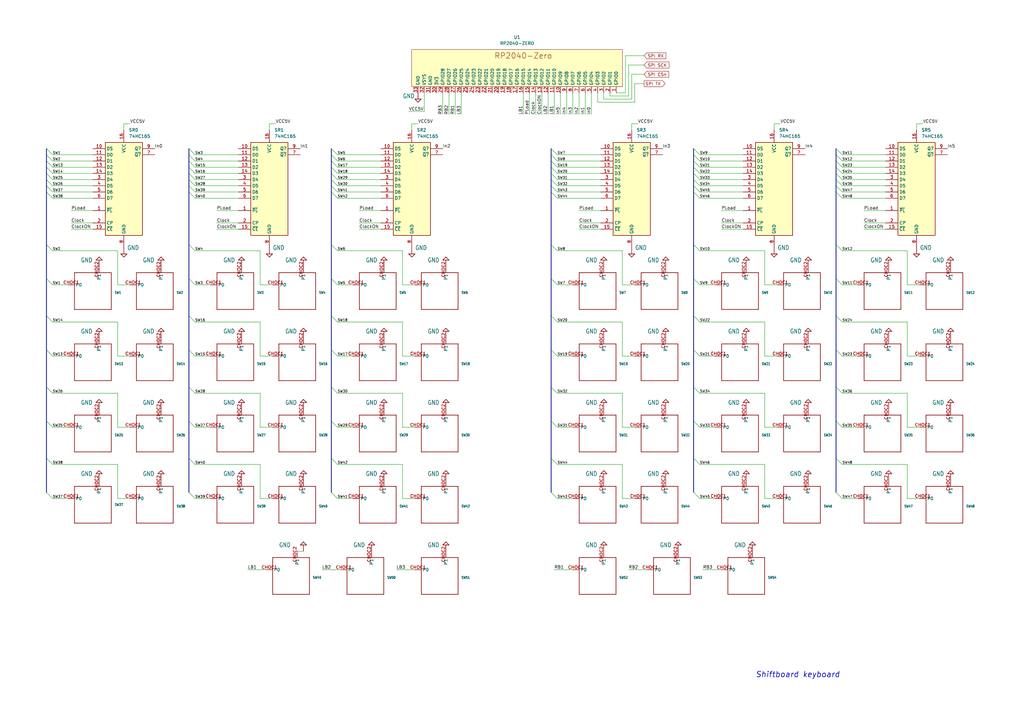
<source format=kicad_sch>
(kicad_sch (version 20211123) (generator eeschema)
  (paper "A3")
  (bus_entry (at 284.48 187.96) (size 2.54 2.54))
  (bus_entry (at 342.9 172.72) (size 2.54 2.54))
  (bus_entry (at 284.48 71.12) (size 2.54 2.54))
  (bus_entry (at 342.9 76.2) (size 2.54 2.54))
  (bus_entry (at 19.05 129.54) (size 2.54 2.54))
  (bus_entry (at 77.47 66.04) (size 2.54 2.54))
  (bus_entry (at 77.47 143.51) (size 2.54 2.54))
  (bus_entry (at 135.89 78.74) (size 2.54 2.54))
  (bus_entry (at 284.48 73.66) (size 2.54 2.54))
  (bus_entry (at 77.47 172.72) (size 2.54 2.54))
  (bus_entry (at 77.47 78.74) (size 2.54 2.54))
  (bus_entry (at 284.48 114.3) (size 2.54 2.54))
  (bus_entry (at 77.47 114.3) (size 2.54 2.54))
  (bus_entry (at 226.06 100.33) (size 2.54 2.54))
  (bus_entry (at 226.06 73.66) (size 2.54 2.54))
  (bus_entry (at 342.9 63.5) (size 2.54 2.54))
  (bus_entry (at 284.48 143.51) (size 2.54 2.54))
  (bus_entry (at 284.48 158.75) (size 2.54 2.54))
  (bus_entry (at 77.47 100.33) (size 2.54 2.54))
  (bus_entry (at 135.89 73.66) (size 2.54 2.54))
  (bus_entry (at 284.48 78.74) (size 2.54 2.54))
  (bus_entry (at 19.05 187.96) (size 2.54 2.54))
  (bus_entry (at 19.05 158.75) (size 2.54 2.54))
  (bus_entry (at 19.05 100.33) (size 2.54 2.54))
  (bus_entry (at 77.47 187.96) (size 2.54 2.54))
  (bus_entry (at 135.89 158.75) (size 2.54 2.54))
  (bus_entry (at 77.47 201.93) (size 2.54 2.54))
  (bus_entry (at 135.89 143.51) (size 2.54 2.54))
  (bus_entry (at 135.89 172.72) (size 2.54 2.54))
  (bus_entry (at 135.89 114.3) (size 2.54 2.54))
  (bus_entry (at 77.47 158.75) (size 2.54 2.54))
  (bus_entry (at 135.89 71.12) (size 2.54 2.54))
  (bus_entry (at 284.48 172.72) (size 2.54 2.54))
  (bus_entry (at 135.89 76.2) (size 2.54 2.54))
  (bus_entry (at 284.48 201.93) (size 2.54 2.54))
  (bus_entry (at 342.9 68.58) (size 2.54 2.54))
  (bus_entry (at 135.89 66.04) (size 2.54 2.54))
  (bus_entry (at 226.06 129.54) (size 2.54 2.54))
  (bus_entry (at 226.06 66.04) (size 2.54 2.54))
  (bus_entry (at 226.06 78.74) (size 2.54 2.54))
  (bus_entry (at 342.9 143.51) (size 2.54 2.54))
  (bus_entry (at 226.06 172.72) (size 2.54 2.54))
  (bus_entry (at 284.48 60.96) (size 2.54 2.54))
  (bus_entry (at 226.06 60.96) (size 2.54 2.54))
  (bus_entry (at 135.89 60.96) (size 2.54 2.54))
  (bus_entry (at 135.89 187.96) (size 2.54 2.54))
  (bus_entry (at 284.48 66.04) (size 2.54 2.54))
  (bus_entry (at 226.06 143.51) (size 2.54 2.54))
  (bus_entry (at 342.9 73.66) (size 2.54 2.54))
  (bus_entry (at 77.47 68.58) (size 2.54 2.54))
  (bus_entry (at 135.89 201.93) (size 2.54 2.54))
  (bus_entry (at 77.47 71.12) (size 2.54 2.54))
  (bus_entry (at 226.06 114.3) (size 2.54 2.54))
  (bus_entry (at 342.9 114.3) (size 2.54 2.54))
  (bus_entry (at 342.9 71.12) (size 2.54 2.54))
  (bus_entry (at 342.9 66.04) (size 2.54 2.54))
  (bus_entry (at 19.05 172.72) (size 2.54 2.54))
  (bus_entry (at 19.05 143.51) (size 2.54 2.54))
  (bus_entry (at 19.05 114.3) (size 2.54 2.54))
  (bus_entry (at 284.48 76.2) (size 2.54 2.54))
  (bus_entry (at 226.06 187.96) (size 2.54 2.54))
  (bus_entry (at 19.05 201.93) (size 2.54 2.54))
  (bus_entry (at 19.05 71.12) (size 2.54 2.54))
  (bus_entry (at 19.05 76.2) (size 2.54 2.54))
  (bus_entry (at 19.05 73.66) (size 2.54 2.54))
  (bus_entry (at 19.05 68.58) (size 2.54 2.54))
  (bus_entry (at 19.05 63.5) (size 2.54 2.54))
  (bus_entry (at 19.05 60.96) (size 2.54 2.54))
  (bus_entry (at 19.05 66.04) (size 2.54 2.54))
  (bus_entry (at 19.05 78.74) (size 2.54 2.54))
  (bus_entry (at 77.47 73.66) (size 2.54 2.54))
  (bus_entry (at 226.06 68.58) (size 2.54 2.54))
  (bus_entry (at 135.89 100.33) (size 2.54 2.54))
  (bus_entry (at 226.06 76.2) (size 2.54 2.54))
  (bus_entry (at 342.9 201.93) (size 2.54 2.54))
  (bus_entry (at 77.47 63.5) (size 2.54 2.54))
  (bus_entry (at 226.06 201.93) (size 2.54 2.54))
  (bus_entry (at 284.48 68.58) (size 2.54 2.54))
  (bus_entry (at 342.9 129.54) (size 2.54 2.54))
  (bus_entry (at 284.48 129.54) (size 2.54 2.54))
  (bus_entry (at 226.06 158.75) (size 2.54 2.54))
  (bus_entry (at 226.06 71.12) (size 2.54 2.54))
  (bus_entry (at 77.47 60.96) (size 2.54 2.54))
  (bus_entry (at 135.89 129.54) (size 2.54 2.54))
  (bus_entry (at 135.89 68.58) (size 2.54 2.54))
  (bus_entry (at 342.9 100.33) (size 2.54 2.54))
  (bus_entry (at 77.47 76.2) (size 2.54 2.54))
  (bus_entry (at 342.9 78.74) (size 2.54 2.54))
  (bus_entry (at 342.9 158.75) (size 2.54 2.54))
  (bus_entry (at 342.9 60.96) (size 2.54 2.54))
  (bus_entry (at 284.48 63.5) (size 2.54 2.54))
  (bus_entry (at 77.47 129.54) (size 2.54 2.54))
  (bus_entry (at 226.06 63.5) (size 2.54 2.54))
  (bus_entry (at 284.48 100.33) (size 2.54 2.54))
  (bus_entry (at 135.89 63.5) (size 2.54 2.54))
  (bus_entry (at 342.9 187.96) (size 2.54 2.54))
  (bus (pts (xy 342.9 187.96) (xy 342.9 201.93)))
  (wire (pts (xy 138.43 71.12) (xy 156.21 71.12)))
  (bus (pts (xy 77.47 129.54) (xy 77.47 143.51)))
  (wire (pts (xy 138.43 146.05) (xy 144.78 146.05)))
  (wire (pts (xy 313.69 204.47) (xy 313.69 190.5)))
  (wire (pts (xy 21.59 81.28) (xy 38.1 81.28)))
  (wire (pts (xy 80.01 71.12) (xy 97.79 71.12)))
  (wire (pts (xy 168.91 53.34) (xy 168.91 50.8)))
  (wire (pts (xy 345.44 190.5) (xy 372.11 190.5)))
  (bus (pts (xy 342.9 63.5) (xy 342.9 66.04)))
  (wire (pts (xy 29.21 91.44) (xy 38.1 91.44)))
  (wire (pts (xy 189.23 38.1) (xy 189.23 46.99)))
  (wire (pts (xy 53.34 204.47) (xy 48.26 204.47)))
  (wire (pts (xy 250.19 38.1) (xy 250.19 39.37)))
  (wire (pts (xy 237.49 93.98) (xy 246.38 93.98)))
  (wire (pts (xy 287.02 204.47) (xy 293.37 204.47)))
  (bus (pts (xy 77.47 66.04) (xy 77.47 68.58)))
  (wire (pts (xy 232.41 38.1) (xy 232.41 46.99)))
  (wire (pts (xy 21.59 63.5) (xy 38.1 63.5)))
  (wire (pts (xy 229.87 38.1) (xy 229.87 46.99)))
  (wire (pts (xy 372.11 204.47) (xy 372.11 190.5)))
  (wire (pts (xy 237.49 91.44) (xy 246.38 91.44)))
  (wire (pts (xy 287.02 73.66) (xy 304.8 73.66)))
  (bus (pts (xy 284.48 100.33) (xy 284.48 114.3)))
  (bus (pts (xy 284.48 78.74) (xy 284.48 100.33)))
  (bus (pts (xy 226.06 66.04) (xy 226.06 68.58)))
  (wire (pts (xy 345.44 68.58) (xy 363.22 68.58)))
  (wire (pts (xy 345.44 116.84) (xy 351.79 116.84)))
  (wire (pts (xy 121.92 226.06) (xy 124.46 226.06)))
  (wire (pts (xy 165.1 116.84) (xy 165.1 102.87)))
  (wire (pts (xy 257.81 26.67) (xy 264.16 26.67)))
  (bus (pts (xy 342.9 76.2) (xy 342.9 78.74)))
  (wire (pts (xy 170.18 204.47) (xy 165.1 204.47)))
  (wire (pts (xy 256.54 38.1) (xy 256.54 22.86)))
  (wire (pts (xy 313.69 146.05) (xy 313.69 132.08)))
  (wire (pts (xy 138.43 63.5) (xy 156.21 63.5)))
  (bus (pts (xy 77.47 78.74) (xy 77.47 100.33)))
  (wire (pts (xy 228.6 175.26) (xy 234.95 175.26)))
  (bus (pts (xy 77.47 76.2) (xy 77.47 78.74)))
  (bus (pts (xy 284.48 66.04) (xy 284.48 68.58)))
  (bus (pts (xy 19.05 63.5) (xy 19.05 66.04)))
  (bus (pts (xy 284.48 172.72) (xy 284.48 187.96)))
  (bus (pts (xy 19.05 172.72) (xy 19.05 187.96)))
  (wire (pts (xy 245.11 38.1) (xy 245.11 41.91)))
  (wire (pts (xy 147.32 91.44) (xy 156.21 91.44)))
  (bus (pts (xy 135.89 76.2) (xy 135.89 78.74)))
  (wire (pts (xy 228.6 68.58) (xy 246.38 68.58)))
  (wire (pts (xy 372.11 146.05) (xy 372.11 132.08)))
  (bus (pts (xy 19.05 71.12) (xy 19.05 73.66)))
  (wire (pts (xy 21.59 116.84) (xy 27.94 116.84)))
  (wire (pts (xy 345.44 81.28) (xy 363.22 81.28)))
  (bus (pts (xy 77.47 172.72) (xy 77.47 187.96)))
  (wire (pts (xy 345.44 71.12) (xy 363.22 71.12)))
  (wire (pts (xy 287.02 66.04) (xy 304.8 66.04)))
  (bus (pts (xy 77.47 158.75) (xy 77.47 172.72)))
  (wire (pts (xy 184.15 38.1) (xy 184.15 46.99)))
  (wire (pts (xy 219.71 46.99) (xy 219.71 38.1)))
  (wire (pts (xy 186.69 38.1) (xy 186.69 46.99)))
  (wire (pts (xy 168.91 50.8) (xy 171.45 50.8)))
  (wire (pts (xy 80.01 102.87) (xy 106.68 102.87)))
  (wire (pts (xy 147.32 86.36) (xy 156.21 86.36)))
  (wire (pts (xy 48.26 116.84) (xy 48.26 102.87)))
  (wire (pts (xy 260.35 146.05) (xy 255.27 146.05)))
  (wire (pts (xy 377.19 204.47) (xy 372.11 204.47)))
  (wire (pts (xy 138.43 204.47) (xy 144.78 204.47)))
  (wire (pts (xy 377.19 175.26) (xy 372.11 175.26)))
  (wire (pts (xy 228.6 71.12) (xy 246.38 71.12)))
  (wire (pts (xy 228.6 66.04) (xy 246.38 66.04)))
  (wire (pts (xy 106.68 116.84) (xy 106.68 102.87)))
  (wire (pts (xy 138.43 76.2) (xy 156.21 76.2)))
  (wire (pts (xy 259.08 50.8) (xy 261.62 50.8)))
  (wire (pts (xy 228.6 102.87) (xy 255.27 102.87)))
  (bus (pts (xy 226.06 143.51) (xy 226.06 158.75)))
  (bus (pts (xy 19.05 158.75) (xy 19.05 172.72)))
  (bus (pts (xy 342.9 68.58) (xy 342.9 71.12)))
  (wire (pts (xy 228.6 146.05) (xy 234.95 146.05)))
  (wire (pts (xy 138.43 81.28) (xy 156.21 81.28)))
  (wire (pts (xy 80.01 175.26) (xy 86.36 175.26)))
  (wire (pts (xy 345.44 66.04) (xy 363.22 66.04)))
  (wire (pts (xy 88.9 93.98) (xy 97.79 93.98)))
  (bus (pts (xy 19.05 66.04) (xy 19.05 68.58)))
  (wire (pts (xy 138.43 175.26) (xy 144.78 175.26)))
  (wire (pts (xy 228.6 132.08) (xy 255.27 132.08)))
  (wire (pts (xy 80.01 76.2) (xy 97.79 76.2)))
  (wire (pts (xy 48.26 204.47) (xy 48.26 190.5)))
  (wire (pts (xy 257.81 233.68) (xy 265.43 233.68)))
  (wire (pts (xy 80.01 78.74) (xy 97.79 78.74)))
  (wire (pts (xy 80.01 63.5) (xy 97.79 63.5)))
  (wire (pts (xy 111.76 116.84) (xy 106.68 116.84)))
  (wire (pts (xy 287.02 63.5) (xy 304.8 63.5)))
  (wire (pts (xy 80.01 190.5) (xy 106.68 190.5)))
  (bus (pts (xy 284.48 68.58) (xy 284.48 71.12)))
  (bus (pts (xy 226.06 76.2) (xy 226.06 78.74)))
  (wire (pts (xy 21.59 78.74) (xy 38.1 78.74)))
  (bus (pts (xy 77.47 71.12) (xy 77.47 73.66)))
  (wire (pts (xy 318.77 204.47) (xy 313.69 204.47)))
  (bus (pts (xy 342.9 158.75) (xy 342.9 172.72)))
  (wire (pts (xy 138.43 73.66) (xy 156.21 73.66)))
  (bus (pts (xy 342.9 143.51) (xy 342.9 158.75)))
  (wire (pts (xy 80.01 68.58) (xy 97.79 68.58)))
  (wire (pts (xy 237.49 86.36) (xy 246.38 86.36)))
  (wire (pts (xy 317.5 53.34) (xy 317.5 50.8)))
  (bus (pts (xy 342.9 78.74) (xy 342.9 100.33)))
  (wire (pts (xy 21.59 71.12) (xy 38.1 71.12)))
  (wire (pts (xy 48.26 146.05) (xy 48.26 132.08)))
  (bus (pts (xy 284.48 158.75) (xy 284.48 172.72)))
  (bus (pts (xy 226.06 71.12) (xy 226.06 73.66)))
  (bus (pts (xy 77.47 68.58) (xy 77.47 71.12)))
  (wire (pts (xy 106.68 146.05) (xy 106.68 132.08)))
  (bus (pts (xy 284.48 76.2) (xy 284.48 78.74)))
  (wire (pts (xy 287.02 71.12) (xy 304.8 71.12)))
  (wire (pts (xy 132.08 233.68) (xy 139.7 233.68)))
  (bus (pts (xy 19.05 60.96) (xy 19.05 63.5)))
  (wire (pts (xy 80.01 66.04) (xy 97.79 66.04)))
  (bus (pts (xy 135.89 100.33) (xy 135.89 114.3)))
  (wire (pts (xy 377.19 116.84) (xy 372.11 116.84)))
  (wire (pts (xy 80.01 204.47) (xy 86.36 204.47)))
  (wire (pts (xy 80.01 81.28) (xy 97.79 81.28)))
  (wire (pts (xy 138.43 190.5) (xy 165.1 190.5)))
  (wire (pts (xy 170.18 175.26) (xy 165.1 175.26)))
  (bus (pts (xy 77.47 143.51) (xy 77.47 158.75)))
  (bus (pts (xy 135.89 78.74) (xy 135.89 100.33)))
  (bus (pts (xy 284.48 71.12) (xy 284.48 73.66)))
  (bus (pts (xy 284.48 143.51) (xy 284.48 158.75)))
  (wire (pts (xy 345.44 63.5) (xy 363.22 63.5)))
  (wire (pts (xy 288.29 233.68) (xy 295.91 233.68)))
  (bus (pts (xy 135.89 68.58) (xy 135.89 71.12)))
  (wire (pts (xy 234.95 38.1) (xy 234.95 46.99)))
  (bus (pts (xy 226.06 68.58) (xy 226.06 71.12)))
  (wire (pts (xy 228.6 81.28) (xy 246.38 81.28)))
  (bus (pts (xy 226.06 158.75) (xy 226.06 172.72)))
  (wire (pts (xy 29.21 86.36) (xy 38.1 86.36)))
  (wire (pts (xy 345.44 78.74) (xy 363.22 78.74)))
  (wire (pts (xy 287.02 175.26) (xy 293.37 175.26)))
  (wire (pts (xy 21.59 132.08) (xy 48.26 132.08)))
  (wire (pts (xy 345.44 146.05) (xy 351.79 146.05)))
  (wire (pts (xy 345.44 161.29) (xy 372.11 161.29)))
  (wire (pts (xy 101.6 233.68) (xy 109.22 233.68)))
  (wire (pts (xy 227.33 38.1) (xy 227.33 46.99)))
  (bus (pts (xy 226.06 187.96) (xy 226.06 201.93)))
  (wire (pts (xy 217.17 46.99) (xy 217.17 38.1)))
  (wire (pts (xy 354.33 93.98) (xy 363.22 93.98)))
  (wire (pts (xy 287.02 68.58) (xy 304.8 68.58)))
  (wire (pts (xy 252.73 38.1) (xy 256.54 38.1)))
  (bus (pts (xy 135.89 172.72) (xy 135.89 187.96)))
  (wire (pts (xy 138.43 102.87) (xy 165.1 102.87)))
  (bus (pts (xy 284.48 187.96) (xy 284.48 201.93)))
  (wire (pts (xy 287.02 161.29) (xy 313.69 161.29)))
  (wire (pts (xy 260.35 41.91) (xy 260.35 34.29)))
  (wire (pts (xy 228.6 204.47) (xy 234.95 204.47)))
  (wire (pts (xy 345.44 76.2) (xy 363.22 76.2)))
  (wire (pts (xy 372.11 175.26) (xy 372.11 161.29)))
  (wire (pts (xy 106.68 204.47) (xy 106.68 190.5)))
  (wire (pts (xy 247.65 38.1) (xy 247.65 40.64)))
  (wire (pts (xy 287.02 81.28) (xy 304.8 81.28)))
  (wire (pts (xy 259.08 40.64) (xy 259.08 30.48)))
  (wire (pts (xy 21.59 204.47) (xy 27.94 204.47)))
  (wire (pts (xy 237.49 38.1) (xy 237.49 46.99)))
  (wire (pts (xy 138.43 68.58) (xy 156.21 68.58)))
  (bus (pts (xy 77.47 100.33) (xy 77.47 114.3)))
  (wire (pts (xy 250.19 39.37) (xy 257.81 39.37)))
  (wire (pts (xy 21.59 146.05) (xy 27.94 146.05)))
  (wire (pts (xy 245.11 41.91) (xy 260.35 41.91)))
  (wire (pts (xy 260.35 175.26) (xy 255.27 175.26)))
  (wire (pts (xy 170.18 116.84) (xy 165.1 116.84)))
  (wire (pts (xy 240.03 38.1) (xy 240.03 46.99)))
  (bus (pts (xy 342.9 73.66) (xy 342.9 76.2)))
  (wire (pts (xy 111.76 146.05) (xy 106.68 146.05)))
  (wire (pts (xy 228.6 73.66) (xy 246.38 73.66)))
  (wire (pts (xy 345.44 204.47) (xy 351.79 204.47)))
  (bus (pts (xy 135.89 63.5) (xy 135.89 66.04)))
  (bus (pts (xy 226.06 73.66) (xy 226.06 76.2)))
  (wire (pts (xy 106.68 175.26) (xy 106.68 161.29)))
  (wire (pts (xy 138.43 161.29) (xy 165.1 161.29)))
  (wire (pts (xy 147.32 93.98) (xy 156.21 93.98)))
  (wire (pts (xy 287.02 102.87) (xy 313.69 102.87)))
  (wire (pts (xy 354.33 86.36) (xy 363.22 86.36)))
  (bus (pts (xy 284.48 60.96) (xy 284.48 63.5)))
  (bus (pts (xy 284.48 129.54) (xy 284.48 143.51)))
  (wire (pts (xy 377.19 146.05) (xy 372.11 146.05)))
  (wire (pts (xy 110.49 53.34) (xy 110.49 50.8)))
  (bus (pts (xy 77.47 114.3) (xy 77.47 129.54)))
  (wire (pts (xy 21.59 190.5) (xy 48.26 190.5)))
  (wire (pts (xy 228.6 190.5) (xy 255.27 190.5)))
  (wire (pts (xy 162.56 233.68) (xy 170.18 233.68)))
  (wire (pts (xy 313.69 116.84) (xy 313.69 102.87)))
  (wire (pts (xy 167.64 45.72) (xy 173.99 45.72)))
  (bus (pts (xy 284.48 63.5) (xy 284.48 66.04)))
  (bus (pts (xy 226.06 172.72) (xy 226.06 187.96)))
  (wire (pts (xy 228.6 161.29) (xy 255.27 161.29)))
  (bus (pts (xy 135.89 129.54) (xy 135.89 143.51)))
  (wire (pts (xy 313.69 175.26) (xy 313.69 161.29)))
  (bus (pts (xy 226.06 60.96) (xy 226.06 63.5)))
  (bus (pts (xy 226.06 114.3) (xy 226.06 129.54)))
  (wire (pts (xy 173.99 38.1) (xy 173.99 45.72)))
  (bus (pts (xy 226.06 100.33) (xy 226.06 114.3)))
  (bus (pts (xy 19.05 114.3) (xy 19.05 129.54)))
  (wire (pts (xy 138.43 66.04) (xy 156.21 66.04)))
  (wire (pts (xy 138.43 78.74) (xy 156.21 78.74)))
  (wire (pts (xy 227.33 233.68) (xy 234.95 233.68)))
  (wire (pts (xy 372.11 116.84) (xy 372.11 102.87)))
  (wire (pts (xy 110.49 50.8) (xy 113.03 50.8)))
  (wire (pts (xy 80.01 161.29) (xy 106.68 161.29)))
  (wire (pts (xy 318.77 116.84) (xy 313.69 116.84)))
  (wire (pts (xy 375.92 53.34) (xy 375.92 50.8)))
  (wire (pts (xy 53.34 175.26) (xy 48.26 175.26)))
  (bus (pts (xy 19.05 78.74) (xy 19.05 100.33)))
  (wire (pts (xy 21.59 76.2) (xy 38.1 76.2)))
  (wire (pts (xy 21.59 68.58) (xy 38.1 68.58)))
  (bus (pts (xy 284.48 73.66) (xy 284.48 76.2)))
  (bus (pts (xy 135.89 66.04) (xy 135.89 68.58)))
  (wire (pts (xy 228.6 76.2) (xy 246.38 76.2)))
  (bus (pts (xy 77.47 63.5) (xy 77.47 66.04)))
  (wire (pts (xy 80.01 146.05) (xy 86.36 146.05)))
  (wire (pts (xy 287.02 132.08) (xy 313.69 132.08)))
  (wire (pts (xy 224.79 38.1) (xy 224.79 46.99)))
  (wire (pts (xy 259.08 53.34) (xy 259.08 50.8)))
  (wire (pts (xy 53.34 146.05) (xy 48.26 146.05)))
  (wire (pts (xy 257.81 39.37) (xy 257.81 26.67)))
  (bus (pts (xy 135.89 143.51) (xy 135.89 158.75)))
  (bus (pts (xy 135.89 60.96) (xy 135.89 63.5)))
  (wire (pts (xy 260.35 204.47) (xy 255.27 204.47)))
  (wire (pts (xy 260.35 116.84) (xy 255.27 116.84)))
  (bus (pts (xy 342.9 60.96) (xy 342.9 63.5)))
  (wire (pts (xy 111.76 175.26) (xy 106.68 175.26)))
  (wire (pts (xy 260.35 34.29) (xy 264.16 34.29)))
  (wire (pts (xy 138.43 132.08) (xy 165.1 132.08)))
  (bus (pts (xy 342.9 172.72) (xy 342.9 187.96)))
  (wire (pts (xy 345.44 73.66) (xy 363.22 73.66)))
  (wire (pts (xy 53.34 116.84) (xy 48.26 116.84)))
  (wire (pts (xy 287.02 146.05) (xy 293.37 146.05)))
  (bus (pts (xy 19.05 73.66) (xy 19.05 76.2)))
  (wire (pts (xy 287.02 190.5) (xy 313.69 190.5)))
  (wire (pts (xy 318.77 146.05) (xy 313.69 146.05)))
  (bus (pts (xy 135.89 158.75) (xy 135.89 172.72)))
  (wire (pts (xy 80.01 132.08) (xy 106.68 132.08)))
  (wire (pts (xy 214.63 38.1) (xy 214.63 46.99)))
  (bus (pts (xy 226.06 78.74) (xy 226.06 100.33)))
  (bus (pts (xy 77.47 60.96) (xy 77.47 63.5)))
  (wire (pts (xy 21.59 175.26) (xy 27.94 175.26)))
  (wire (pts (xy 375.92 50.8) (xy 378.46 50.8)))
  (bus (pts (xy 19.05 76.2) (xy 19.05 78.74)))
  (bus (pts (xy 284.48 114.3) (xy 284.48 129.54)))
  (wire (pts (xy 48.26 175.26) (xy 48.26 161.29)))
  (wire (pts (xy 138.43 116.84) (xy 144.78 116.84)))
  (bus (pts (xy 226.06 129.54) (xy 226.06 143.51)))
  (bus (pts (xy 135.89 187.96) (xy 135.89 201.93)))
  (wire (pts (xy 165.1 175.26) (xy 165.1 161.29)))
  (wire (pts (xy 80.01 73.66) (xy 97.79 73.66)))
  (bus (pts (xy 77.47 187.96) (xy 77.47 201.93)))
  (wire (pts (xy 29.21 93.98) (xy 38.1 93.98)))
  (bus (pts (xy 77.47 73.66) (xy 77.47 76.2)))
  (wire (pts (xy 242.57 38.1) (xy 242.57 46.99)))
  (wire (pts (xy 345.44 132.08) (xy 372.11 132.08)))
  (wire (pts (xy 88.9 86.36) (xy 97.79 86.36)))
  (wire (pts (xy 88.9 91.44) (xy 97.79 91.44)))
  (bus (pts (xy 342.9 129.54) (xy 342.9 143.51)))
  (bus (pts (xy 135.89 73.66) (xy 135.89 76.2)))
  (wire (pts (xy 50.8 50.8) (xy 53.34 50.8)))
  (wire (pts (xy 170.18 146.05) (xy 165.1 146.05)))
  (wire (pts (xy 256.54 22.86) (xy 264.16 22.86)))
  (bus (pts (xy 342.9 66.04) (xy 342.9 68.58)))
  (bus (pts (xy 342.9 71.12) (xy 342.9 73.66)))
  (wire (pts (xy 21.59 102.87) (xy 48.26 102.87)))
  (wire (pts (xy 228.6 63.5) (xy 246.38 63.5)))
  (wire (pts (xy 21.59 161.29) (xy 48.26 161.29)))
  (wire (pts (xy 165.1 204.47) (xy 165.1 190.5)))
  (wire (pts (xy 255.27 175.26) (xy 255.27 161.29)))
  (wire (pts (xy 111.76 204.47) (xy 106.68 204.47)))
  (wire (pts (xy 21.59 66.04) (xy 38.1 66.04)))
  (bus (pts (xy 19.05 129.54) (xy 19.05 143.51)))
  (bus (pts (xy 135.89 71.12) (xy 135.89 73.66)))
  (wire (pts (xy 287.02 78.74) (xy 304.8 78.74)))
  (wire (pts (xy 247.65 40.64) (xy 259.08 40.64)))
  (wire (pts (xy 295.91 86.36) (xy 304.8 86.36)))
  (wire (pts (xy 80.01 116.84) (xy 86.36 116.84)))
  (wire (pts (xy 295.91 91.44) (xy 304.8 91.44)))
  (wire (pts (xy 255.27 116.84) (xy 255.27 102.87)))
  (wire (pts (xy 228.6 78.74) (xy 246.38 78.74)))
  (bus (pts (xy 19.05 68.58) (xy 19.05 71.12)))
  (wire (pts (xy 255.27 146.05) (xy 255.27 132.08)))
  (wire (pts (xy 255.27 204.47) (xy 255.27 190.5)))
  (wire (pts (xy 21.59 73.66) (xy 38.1 73.66)))
  (bus (pts (xy 19.05 100.33) (xy 19.05 114.3)))
  (wire (pts (xy 222.25 38.1) (xy 222.25 46.99)))
  (bus (pts (xy 342.9 114.3) (xy 342.9 129.54)))
  (wire (pts (xy 165.1 146.05) (xy 165.1 132.08)))
  (bus (pts (xy 342.9 100.33) (xy 342.9 114.3)))
  (wire (pts (xy 287.02 116.84) (xy 293.37 116.84)))
  (wire (pts (xy 345.44 102.87) (xy 372.11 102.87)))
  (bus (pts (xy 19.05 187.96) (xy 19.05 201.93)))
  (wire (pts (xy 345.44 175.26) (xy 351.79 175.26)))
  (wire (pts (xy 259.08 30.48) (xy 264.16 30.48)))
  (wire (pts (xy 50.8 53.34) (xy 50.8 50.8)))
  (wire (pts (xy 181.61 38.1) (xy 181.61 46.99)))
  (bus (pts (xy 135.89 114.3) (xy 135.89 129.54)))
  (bus (pts (xy 19.05 143.51) (xy 19.05 158.75)))
  (wire (pts (xy 295.91 93.98) (xy 304.8 93.98)))
  (wire (pts (xy 354.33 91.44) (xy 363.22 91.44)))
  (wire (pts (xy 317.5 50.8) (xy 320.04 50.8)))
  (wire (pts (xy 287.02 76.2) (xy 304.8 76.2)))
  (bus (pts (xy 226.06 63.5) (xy 226.06 66.04)))
  (wire (pts (xy 228.6 116.84) (xy 234.95 116.84)))
  (wire (pts (xy 318.77 175.26) (xy 313.69 175.26)))
  (text "Shiftboard keyboard" (at 309.88 278.13 0) (effects (font (size 2.27 2.27) (thickness 0.254) bold italic) (justify left bottom)))
  (label "SW37" (at 21.59 78.74 0) (effects (font (size 1 1))))
  (label "Clock" (at 354.33 91.44 0))
  (label "SW13" (at 21.59 146.05 0) (effects (font (size 1 1))))
  (label "ClockON" (at 354.33 93.98 0))
  (label "SW12" (at 345.44 66.04 0) (effects (font (size 1 1))))
  (label "SW7" (at 228.6 63.5 0) (effects (font (size 1 1))))
  (label "SW43" (at 228.6 204.47 0) (effects (font (size 1 1))))
  (label "SW48" (at 345.44 81.28 0) (effects (font (size 1 1))))
  (label "SW44" (at 228.6 81.28 0) (effects (font (size 1 1))))
  (label "SW2" (at 21.59 102.87 0) (effects (font (size 1 1))))
  (label "SW43" (at 228.6 78.74 0) (effects (font (size 1 1))))
  (label "ClockON" (at 29.21 93.98 0))
  (label "ClockON" (at 147.32 93.98 0))
  (label "PLoad" (at 237.49 86.36 0))
  (label "VCC5V" (at 167.64 45.72 0))
  (label "SW11" (at 345.44 63.5 0) (effects (font (size 1 1))))
  (label "SW31" (at 228.6 73.66 0) (effects (font (size 1 1))))
  (label "SW46" (at 287.02 81.28 0) (effects (font (size 1 1))))
  (label "SW1" (at 21.59 63.5 0) (effects (font (size 1 1))))
  (label "SW35" (at 345.44 73.66 0) (effects (font (size 1 1))))
  (label "SW20" (at 228.6 132.08 0) (effects (font (size 1 1))))
  (label "SW22" (at 287.02 71.12 0) (effects (font (size 1 1))))
  (label "SW12" (at 345.44 102.87 0) (effects (font (size 1 1))))
  (label "SW33" (at 287.02 73.66 0) (effects (font (size 1 1))))
  (label "SW15" (at 80.01 146.05 0) (effects (font (size 1 1))))
  (label "SW47" (at 345.44 78.74 0) (effects (font (size 1 1))))
  (label "SW45" (at 287.02 78.74 0) (effects (font (size 1 1))))
  (label "SW40" (at 80.01 81.28 0) (effects (font (size 1 1))))
  (label "VCC5V" (at 320.04 50.8 0))
  (label "SW35" (at 345.44 175.26 0) (effects (font (size 1 1))))
  (label "LB1" (at 101.6 233.68 0))
  (label "SW6" (at 138.43 102.87 0) (effects (font (size 1 1))))
  (label "SW10" (at 287.02 102.87 0) (effects (font (size 1 1))))
  (label "SW7" (at 228.6 116.84 0) (effects (font (size 1 1))))
  (label "PLoad" (at 29.21 86.36 0))
  (label "ClockON" (at 237.49 93.98 0))
  (label "SW11" (at 345.44 116.84 0) (effects (font (size 1 1))))
  (label "SW45" (at 287.02 204.47 0) (effects (font (size 1 1))))
  (label "PLoad" (at 217.17 46.99 90))
  (label "SW39" (at 80.01 204.47 0) (effects (font (size 1 1))))
  (label "SW4" (at 80.01 102.87 0) (effects (font (size 1 1))))
  (label "SW34" (at 287.02 161.29 0) (effects (font (size 1 1))))
  (label "In3" (at 234.95 46.99 90))
  (label "RB1" (at 227.33 233.68 0))
  (label "PLoad" (at 354.33 86.36 0))
  (label "RB2" (at 184.15 46.99 90))
  (label "SW3" (at 80.01 63.5 0) (effects (font (size 1 1))))
  (label "SW23" (at 345.44 68.58 0) (effects (font (size 1 1))))
  (label "SW25" (at 21.59 73.66 0) (effects (font (size 1 1))))
  (label "SW40" (at 80.01 190.5 0) (effects (font (size 1 1))))
  (label "SW1" (at 21.59 116.84 0) (effects (font (size 1 1))))
  (label "SW2" (at 21.59 66.04 0) (effects (font (size 1 1))))
  (label "SW41" (at 138.43 78.74 0) (effects (font (size 1 1))))
  (label "In0" (at 242.57 46.99 90))
  (label "SW37" (at 21.59 204.47 0) (effects (font (size 1 1))))
  (label "Clock" (at 29.21 91.44 0))
  (label "In5" (at 388.62 60.96 0))
  (label "PLoad" (at 88.9 86.36 0))
  (label "SW16" (at 80.01 71.12 0) (effects (font (size 1 1))))
  (label "SW5" (at 138.43 116.84 0) (effects (font (size 1 1))))
  (label "SW29" (at 138.43 73.66 0) (effects (font (size 1 1))))
  (label "SW3" (at 80.01 116.84 0) (effects (font (size 1 1))))
  (label "Clock" (at 237.49 91.44 0))
  (label "SW42" (at 138.43 190.5 0) (effects (font (size 1 1))))
  (label "SW44" (at 228.6 190.5 0) (effects (font (size 1 1))))
  (label "SW4" (at 80.01 66.04 0) (effects (font (size 1 1))))
  (label "SW41" (at 138.43 204.47 0) (effects (font (size 1 1))))
  (label "VCC5V" (at 171.45 50.8 0))
  (label "RB1" (at 186.69 46.99 90))
  (label "VCC5V" (at 113.03 50.8 0))
  (label "SW48" (at 345.44 190.5 0) (effects (font (size 1 1))))
  (label "SW21" (at 287.02 146.05 0) (effects (font (size 1 1))))
  (label "ClockON" (at 295.91 93.98 0))
  (label "SW26" (at 21.59 76.2 0) (effects (font (size 1 1))))
  (label "Clock" (at 147.32 91.44 0))
  (label "SW17" (at 138.43 146.05 0) (effects (font (size 1 1))))
  (label "In4" (at 330.2 60.96 0))
  (label "PLoad" (at 147.32 86.36 0))
  (label "SW34" (at 287.02 76.2 0) (effects (font (size 1 1))))
  (label "SW31" (at 228.6 175.26 0) (effects (font (size 1 1))))
  (label "SW28" (at 80.01 76.2 0) (effects (font (size 1 1))))
  (label "In4" (at 232.41 46.99 90))
  (label "RB3" (at 288.29 233.68 0))
  (label "LB2" (at 132.08 233.68 0))
  (label "SW9" (at 287.02 116.84 0) (effects (font (size 1 1))))
  (label "SW5" (at 138.43 63.5 0) (effects (font (size 1 1))))
  (label "SW36" (at 345.44 76.2 0) (effects (font (size 1 1))))
  (label "SW13" (at 21.59 68.58 0) (effects (font (size 1 1))))
  (label "SW33" (at 287.02 175.26 0) (effects (font (size 1 1))))
  (label "VCC5V" (at 261.62 50.8 0))
  (label "SW24" (at 345.44 132.08 0) (effects (font (size 1 1))))
  (label "SW6" (at 138.43 66.04 0) (effects (font (size 1 1))))
  (label "SW27" (at 80.01 73.66 0) (effects (font (size 1 1))))
  (label "SW17" (at 138.43 68.58 0) (effects (font (size 1 1))))
  (label "Clock" (at 295.91 91.44 0))
  (label "ClockON" (at 222.25 46.99 90))
  (label "SW22" (at 287.02 132.08 0) (effects (font (size 1 1))))
  (label "LB3" (at 162.56 233.68 0))
  (label "In0" (at 63.5 60.96 0))
  (label "VCC5V" (at 378.46 50.8 0))
  (label "SW20" (at 228.6 71.12 0) (effects (font (size 1 1))))
  (label "In2" (at 237.49 46.99 90))
  (label "SW19" (at 228.6 146.05 0) (effects (font (size 1 1))))
  (label "SW29" (at 138.43 175.26 0) (effects (font (size 1 1))))
  (label "SW32" (at 228.6 76.2 0) (effects (font (size 1 1))))
  (label "SW23" (at 345.44 146.05 0) (effects (font (size 1 1))))
  (label "SW26" (at 21.59 161.29 0) (effects (font (size 1 1))))
  (label "SW9" (at 287.02 63.5 0) (effects (font (size 1 1))))
  (label "ClockON" (at 88.9 93.98 0))
  (label "SW18" (at 138.43 71.12 0) (effects (font (size 1 1))))
  (label "SW24" (at 345.44 71.12 0) (effects (font (size 1 1))))
  (label "SW42" (at 138.43 81.28 0) (effects (font (size 1 1))))
  (label "In3" (at 271.78 60.96 0))
  (label "SW38" (at 21.59 190.5 0) (effects (font (size 1 1))))
  (label "SW36" (at 345.44 161.29 0) (effects (font (size 1 1))))
  (label "SW27" (at 80.01 175.26 0) (effects (font (size 1 1))))
  (label "SW8" (at 228.6 102.87 0) (effects (font (size 1 1))))
  (label "SW10" (at 287.02 66.04 0) (effects (font (size 1 1))))
  (label "VCC5V" (at 53.34 50.8 0))
  (label "SW14" (at 21.59 71.12 0) (effects (font (size 1 1))))
  (label "Clock" (at 219.71 46.99 90))
  (label "In1" (at 240.03 46.99 90))
  (label "SW25" (at 21.59 175.26 0) (effects (font (size 1 1))))
  (label "SW28" (at 80.01 161.29 0) (effects (font (size 1 1))))
  (label "LB1" (at 227.33 46.99 90))
  (label "SW15" (at 80.01 68.58 0) (effects (font (size 1 1))))
  (label "In2" (at 181.61 60.96 0))
  (label "SW30" (at 138.43 161.29 0) (effects (font (size 1 1))))
  (label "SW8" (at 228.6 66.04 0) (effects (font (size 1 1))))
  (label "SW14" (at 21.59 132.08 0) (effects (font (size 1 1))))
  (label "SW16" (at 80.01 132.08 0) (effects (font (size 1 1))))
  (label "SW47" (at 345.44 204.47 0) (effects (font (size 1 1))))
  (label "SW46" (at 287.02 190.5 0) (effects (font (size 1 1))))
  (label "In5" (at 229.87 46.99 90))
  (label "PLoad" (at 295.91 86.36 0))
  (label "SW18" (at 138.43 132.08 0) (effects (font (size 1 1))))
  (label "LB1" (at 214.63 46.99 90))
  (label "RB3" (at 181.61 46.99 90))
  (label "SW30" (at 138.43 76.2 0) (effects (font (size 1 1))))
  (label "RB2" (at 257.81 233.68 0))
  (label "SW19" (at 228.6 68.58 0) (effects (font (size 1 1))))
  (label "SW39" (at 80.01 78.74 0) (effects (font (size 1 1))))
  (label "LB3" (at 189.23 46.99 90))
  (label "SW21" (at 287.02 68.58 0) (effects (font (size 1 1))))
  (label "LB2" (at 224.79 46.99 90))
  (label "Clock" (at 88.9 91.44 0))
  (label "In1" (at 123.19 60.96 0))
  (label "SW38" (at 21.59 81.28 0) (effects (font (size 1 1))))
  (label "SW32" (at 228.6 161.29 0) (effects (font (size 1 1))))
  (global_label "SPI TX" (shape output) (at 264.16 34.29 0) (property "Intersheet References" "${INTERSHEET_REFS}" (effects hide)))
  (global_label "SPI SCK" (shape input) (at 264.16 26.67 0) (property "Intersheet References" "${INTERSHEET_REFS}" (effects hide)))
  (global_label "SPI RX" (shape input) (at 264.16 22.86 0) (property "Intersheet References" "${INTERSHEET_REFS}" (effects hide)))
  (global_label "SPI CSn" (shape input) (at 264.16 30.48 0) (property "Intersheet References" "${INTERSHEET_REFS}" (effects hide)))
  (symbol (lib_id "Cyberdeck Mech Keeb-eagle-import:GND") (at 364.49 135.89 180) (unit 1)
    (property "Reference" "#SUPPLY0156" (effects hide))
    (property "Value" "GND" (at 359.41 135.89 0) (effects (font (size 1.778 1.5113))))
  )
  (symbol (lib_id "Cyberdeck Mech Keeb-eagle-import:GND") (at 306.07 135.89 180) (unit 1)
    (property "Reference" "#SUPPLY0153" (effects hide))
    (property "Value" "GND" (at 300.99 135.89 0) (effects (font (size 1.778 1.5113))))
  )
  (symbol (lib_id "74xx:74HC165") (at 50.8 76.2 0) (unit 1)
    (property "Reference" "SR0" (at 52.8194 53.34 0) (effects (justify left)))
    (property "Value" "74HC165" (at 52.8194 55.88 0) (effects (justify left)))
    (property "Datasheet" "https://assets.nexperia.com/documents/data-sheet/74HC_HCT165.pdf" (effects hide))
  )
  (symbol (lib_id "Cyberdeck Mech Keeb-eagle-import:GND") (at 168.91 104.14 0) (unit 1)
    (property "Reference" "#SUPPLY0127" (effects hide))
    (property "Value" "GND" (at 172.72 101.6 0) (effects (font (size 1.778 1.5113))))
  )
  (symbol (lib_id "Cyberdeck Mech Keeb-eagle-import:GND") (at 182.88 223.52 180) (unit 1)
    (property "Reference" "#SUPPLY0151" (effects hide))
    (property "Value" "GND" (at 177.8 223.52 0) (effects (font (size 1.778 1.5113))))
  )
  (symbol (lib_id "Cyberdeck Mech Keeb-eagle-import:GND") (at 99.06 106.68 180) (unit 1)
    (property "Reference" "#SUPPLY0120" (effects hide))
    (property "Value" "GND" (at 93.98 106.68 0) (effects (font (size 1.778 1.5113))))
  )
  (symbol (lib_id "Cyberdeck Mech Keeb-eagle-import:GND") (at 364.49 165.1 180) (unit 1)
    (property "Reference" "#SUPPLY0110" (effects hide))
    (property "Value" "GND" (at 359.41 165.1 0) (effects (font (size 1.778 1.5113))))
  )
  (symbol (lib_id "Cyberdeck Mech Keeb-eagle-import:KEYSWITCH-PLAIN-CHOC--6U") (at 121.92 148.59 0) (unit 1)
    (property "Reference" "SW16" (at 130.81 149.225 0) (effects (font (size 1 0.85)) (justify left)))
    (property "Value" "KEYSWITCH-PLAIN-CHOC--6U" (effects hide))
  )
  (symbol (lib_id "Cyberdeck Mech Keeb-eagle-import:GND") (at 66.04 194.31 180) (unit 1)
    (property "Reference" "#SUPPLY0138" (effects hide))
    (property "Value" "GND" (at 60.96 194.31 0) (effects (font (size 1.778 1.5113))))
  )
  (symbol (lib_id "Cyberdeck Mech Keeb-eagle-import:GND") (at 273.05 194.31 180) (unit 1)
    (property "Reference" "#SUPPLY0103" (effects hide))
    (property "Value" "GND" (at 267.97 194.31 0) (effects (font (size 1.778 1.5113))))
  )
  (symbol (lib_id "74xx:74HC165") (at 259.08 76.2 0) (unit 1)
    (property "Reference" "SR3" (at 261.0994 53.34 0) (effects (justify left)))
    (property "Value" "74HC165" (at 261.0994 55.88 0) (effects (justify left)))
    (property "Datasheet" "https://assets.nexperia.com/documents/data-sheet/74HC_HCT165.pdf" (effects hide))
  )
  (symbol (lib_id "Cyberdeck Mech Keeb-eagle-import:GND") (at 40.64 194.31 180) (unit 1)
    (property "Reference" "#SUPPLY0140" (effects hide))
    (property "Value" "GND" (at 35.56 194.31 0) (effects (font (size 1.778 1.5113))))
  )
  (symbol (lib_id "Cyberdeck Mech Keeb-eagle-import:GND") (at 124.46 135.89 180) (unit 1)
    (property "Reference" "#SUPPLY0119" (effects hide))
    (property "Value" "GND" (at 119.38 135.89 0) (effects (font (size 1.778 1.5113))))
  )
  (symbol (lib_id "Cyberdeck Mech Keeb-eagle-import:KEYSWITCH-PLAIN-CHOC--6U") (at 328.93 177.8 0) (unit 1)
    (property "Reference" "SW34" (at 337.82 178.435 0) (effects (font (size 1 0.85)) (justify left)))
    (property "Value" "KEYSWITCH-PLAIN-CHOC--6U" (effects hide))
  )
  (symbol (lib_id "Cyberdeck Mech Keeb-eagle-import:GND") (at 331.47 135.89 180) (unit 1)
    (property "Reference" "#SUPPLY0155" (effects hide))
    (property "Value" "GND" (at 326.39 135.89 0) (effects (font (size 1.778 1.5113))))
  )
  (symbol (lib_id "Cyberdeck Mech Keeb-eagle-import:GND") (at 99.06 165.1 180) (unit 1)
    (property "Reference" "#SUPPLY0149" (effects hide))
    (property "Value" "GND" (at 93.98 165.1 0) (effects (font (size 1.778 1.5113))))
  )
  (symbol (lib_id "Cyberdeck Mech Keeb-eagle-import:GND") (at 306.07 194.31 180) (unit 1)
    (property "Reference" "#SUPPLY0106" (effects hide))
    (property "Value" "GND" (at 300.99 194.31 0) (effects (font (size 1.778 1.5113))))
  )
  (symbol (lib_id "Cyberdeck Mech Keeb-eagle-import:GND") (at 331.47 194.31 180) (unit 1)
    (property "Reference" "#SUPPLY0102" (effects hide))
    (property "Value" "GND" (at 326.39 194.31 0) (effects (font (size 1.778 1.5113))))
  )
  (symbol (lib_id "Cyberdeck Mech Keeb-eagle-import:GND") (at 259.08 104.14 0) (unit 1)
    (property "Reference" "#SUPPLY0135" (effects hide))
    (property "Value" "GND" (at 262.89 101.6 0) (effects (font (size 1.778 1.5113))))
  )
  (symbol (lib_id "Cyberdeck Mech Keeb-eagle-import:KEYSWITCH-PLAIN-CHOC--6U") (at 361.95 119.38 0) (unit 1)
    (property "Reference" "SW11" (at 370.84 120.015 0) (effects (font (size 1 0.85)) (justify left)))
    (property "Value" "KEYSWITCH-PLAIN-CHOC--6U" (effects hide))
  )
  (symbol (lib_id "Cyberdeck Mech Keeb-eagle-import:GND") (at 247.65 106.68 180) (unit 1)
    (property "Reference" "#SUPPLY0133" (effects hide))
    (property "Value" "GND" (at 242.57 106.68 0) (effects (font (size 1.778 1.5113))))
  )
  (symbol (lib_id "74xx:74HC165") (at 168.91 76.2 0) (unit 1)
    (property "Reference" "SR2" (at 170.9294 53.34 0) (effects (justify left)))
    (property "Value" "74HC165" (at 170.9294 55.88 0) (effects (justify left)))
    (property "Datasheet" "https://assets.nexperia.com/documents/data-sheet/74HC_HCT165.pdf" (effects hide))
  )
  (symbol (lib_id "Cyberdeck Mech Keeb-eagle-import:GND") (at 157.48 194.31 180) (unit 1)
    (property "Reference" "#SUPPLY0146" (effects hide))
    (property "Value" "GND" (at 152.4 194.31 0) (effects (font (size 1.778 1.5113))))
  )
  (symbol (lib_id "Cyberdeck Mech Keeb-eagle-import:GND") (at 247.65 165.1 180) (unit 1)
    (property "Reference" "#SUPPLY0117" (effects hide))
    (property "Value" "GND" (at 242.57 165.1 0) (effects (font (size 1.778 1.5113))))
  )
  (symbol (lib_id "fiveday:RP2040-ZERO") (at 254 39.37 270) (unit 1)
    (property "Reference" "U1" (at 212.09 15.24 90))
    (property "Value" "RP2040-ZERO" (at 212.09 17.78 90))
  )
  (symbol (lib_id "Cyberdeck Mech Keeb-eagle-import:KEYSWITCH-PLAIN-CHOC--6U") (at 361.95 177.8 0) (unit 1)
    (property "Reference" "SW35" (at 370.84 178.435 0) (effects (font (size 1 0.85)) (justify left)))
    (property "Value" "KEYSWITCH-PLAIN-CHOC--6U" (effects hide))
  )
  (symbol (lib_id "Cyberdeck Mech Keeb-eagle-import:KEYSWITCH-PLAIN-CHOC--6U") (at 361.95 207.01 0) (unit 1)
    (property "Reference" "SW47" (at 370.84 207.645 0) (effects (font (size 1 0.85)) (justify left)))
    (property "Value" "KEYSWITCH-PLAIN-CHOC--6U" (effects hide))
  )
  (symbol (lib_id "Cyberdeck Mech Keeb-eagle-import:GND") (at 171.45 40.64 0) (unit 1)
    (property "Reference" "#SUPPLY0137" (effects hide))
    (property "Value" "GND" (at 167.64 39.37 0) (effects (font (size 1.778 1.5113))))
  )
  (symbol (lib_id "Cyberdeck Mech Keeb-eagle-import:KEYSWITCH-PLAIN-CHOC--6U") (at 387.35 148.59 0) (unit 1)
    (property "Reference" "SW24" (at 396.24 149.225 0) (effects (font (size 1 0.85)) (justify left)))
    (property "Value" "KEYSWITCH-PLAIN-CHOC--6U" (effects hide))
  )
  (symbol (lib_id "74xx:74HC165") (at 375.92 76.2 0) (unit 1)
    (property "Reference" "SR5" (at 377.9394 53.34 0) (effects (justify left)))
    (property "Value" "74HC165" (at 377.9394 55.88 0) (effects (justify left)))
    (property "Datasheet" "https://assets.nexperia.com/documents/data-sheet/74HC_HCT165.pdf" (effects hide))
  )
  (symbol (lib_id "Cyberdeck Mech Keeb-eagle-import:KEYSWITCH-PLAIN-CHOC--6U") (at 306.07 236.22 0) (unit 1)
    (property "Reference" "SW54" (at 314.96 236.855 0) (effects (font (size 1 0.85)) (justify left)))
    (property "Value" "KEYSWITCH-PLAIN-CHOC--6U" (effects hide))
  )
  (symbol (lib_id "Cyberdeck Mech Keeb-eagle-import:GND") (at 389.89 165.1 180) (unit 1)
    (property "Reference" "#SUPPLY0112" (effects hide))
    (property "Value" "GND" (at 384.81 165.1 0) (effects (font (size 1.778 1.5113))))
  )
  (symbol (lib_id "Cyberdeck Mech Keeb-eagle-import:GND") (at 317.5 104.14 0) (unit 1)
    (property "Reference" "#SUPPLY0163" (effects hide))
    (property "Value" "GND" (at 321.31 101.6 0) (effects (font (size 1.778 1.5113))))
  )
  (symbol (lib_id "Cyberdeck Mech Keeb-eagle-import:GND") (at 124.46 223.52 180) (unit 1)
    (property "Reference" "#SUPPLY0144" (effects hide))
    (property "Value" "GND" (at 116.84 223.52 0) (effects (font (size 1.778 1.5113))))
  )
  (symbol (lib_id "Cyberdeck Mech Keeb-eagle-import:KEYSWITCH-PLAIN-CHOC--6U") (at 149.86 236.22 0) (unit 1)
    (property "Reference" "SW50" (at 158.75 236.855 0) (effects (font (size 1 0.85)) (justify left)))
    (property "Value" "KEYSWITCH-PLAIN-CHOC--6U" (effects hide))
  )
  (symbol (lib_id "Cyberdeck Mech Keeb-eagle-import:KEYSWITCH-PLAIN-CHOC--6U") (at 154.94 177.8 0) (unit 1)
    (property "Reference" "SW29" (at 163.83 178.435 0) (effects (font (size 1 0.85)) (justify left)))
    (property "Value" "KEYSWITCH-PLAIN-CHOC--6U" (effects hide))
  )
  (symbol (lib_id "Cyberdeck Mech Keeb-eagle-import:GND") (at 66.04 165.1 180) (unit 1)
    (property "Reference" "#SUPPLY0148" (effects hide))
    (property "Value" "GND" (at 60.96 165.1 0) (effects (font (size 1.778 1.5113))))
  )
  (symbol (lib_id "Cyberdeck Mech Keeb-eagle-import:GND") (at 182.88 194.31 180) (unit 1)
    (property "Reference" "#SUPPLY0150" (effects hide))
    (property "Value" "GND" (at 177.8 194.31 0) (effects (font (size 1.778 1.5113))))
  )
  (symbol (lib_id "Cyberdeck Mech Keeb-eagle-import:KEYSWITCH-PLAIN-CHOC--6U") (at 180.34 119.38 0) (unit 1)
    (property "Reference" "SW6" (at 189.23 120.015 0) (effects (font (size 1 0.85)) (justify left)))
    (property "Value" "KEYSWITCH-PLAIN-CHOC--6U" (effects hide))
  )
  (symbol (lib_id "Cyberdeck Mech Keeb-eagle-import:KEYSWITCH-PLAIN-CHOC--6U") (at 63.5 119.38 0) (unit 1)
    (property "Reference" "SW2" (at 72.39 120.015 0) (effects (font (size 1 0.85)) (justify left)))
    (property "Value" "KEYSWITCH-PLAIN-CHOC--6U" (effects hide))
  )
  (symbol (lib_id "Cyberdeck Mech Keeb-eagle-import:KEYSWITCH-PLAIN-CHOC--6U") (at 270.51 177.8 0) (unit 1)
    (property "Reference" "SW32" (at 279.4 178.435 0) (effects (font (size 1 0.85)) (justify left)))
    (property "Value" "KEYSWITCH-PLAIN-CHOC--6U" (effects hide))
  )
  (symbol (lib_id "Cyberdeck Mech Keeb-eagle-import:KEYSWITCH-PLAIN-CHOC--6U") (at 121.92 207.01 0) (unit 1)
    (property "Reference" "SW40" (at 130.81 207.645 0) (effects (font (size 1 0.85)) (justify left)))
    (property "Value" "KEYSWITCH-PLAIN-CHOC--6U" (effects hide))
  )
  (symbol (lib_id "Cyberdeck Mech Keeb-eagle-import:GND") (at 247.65 194.31 180) (unit 1)
    (property "Reference" "#SUPPLY0116" (effects hide))
    (property "Value" "GND" (at 242.57 194.31 0) (effects (font (size 1.778 1.5113))))
  )
  (symbol (lib_id "Cyberdeck Mech Keeb-eagle-import:GND") (at 247.65 223.52 180) (unit 1)
    (property "Reference" "#SUPPLY0114" (effects hide))
    (property "Value" "GND" (at 242.57 223.52 0) (effects (font (size 1.778 1.5113))))
  )
  (symbol (lib_id "Cyberdeck Mech Keeb-eagle-import:KEYSWITCH-PLAIN-CHOC--6U") (at 154.94 148.59 0) (unit 1)
    (property "Reference" "SW17" (at 163.83 149.225 0) (effects (font (size 1 0.85)) (justify left)))
    (property "Value" "KEYSWITCH-PLAIN-CHOC--6U" (effects hide))
  )
  (symbol (lib_id "Cyberdeck Mech Keeb-eagle-import:KEYSWITCH-PLAIN-CHOC--6U") (at 387.35 177.8 0) (unit 1)
    (property "Reference" "SW36" (at 396.24 178.435 0) (effects (font (size 1 0.85)) (justify left)))
    (property "Value" "KEYSWITCH-PLAIN-CHOC--6U" (effects hide))
  )
  (symbol (lib_id "Cyberdeck Mech Keeb-eagle-import:KEYSWITCH-PLAIN-CHOC--6U") (at 180.34 236.22 0) (unit 1)
    (property "Reference" "SW51" (at 189.23 236.855 0) (effects (font (size 1 0.85)) (justify left)))
    (property "Value" "KEYSWITCH-PLAIN-CHOC--6U" (effects hide))
  )
  (symbol (lib_id "Cyberdeck Mech Keeb-eagle-import:KEYSWITCH-PLAIN-CHOC--6U") (at 96.52 207.01 0) (unit 1)
    (property "Reference" "SW39" (at 105.41 207.645 0) (effects (font (size 1 0.85)) (justify left)))
    (property "Value" "KEYSWITCH-PLAIN-CHOC--6U" (effects hide))
  )
  (symbol (lib_id "Cyberdeck Mech Keeb-eagle-import:KEYSWITCH-PLAIN-CHOC--6U") (at 180.34 148.59 0) (unit 1)
    (property "Reference" "SW18" (at 189.23 149.225 0) (effects (font (size 1 0.85)) (justify left)))
    (property "Value" "KEYSWITCH-PLAIN-CHOC--6U" (effects hide))
  )
  (symbol (lib_id "Cyberdeck Mech Keeb-eagle-import:KEYSWITCH-PLAIN-CHOC--6U") (at 303.53 119.38 0) (unit 1)
    (property "Reference" "SW9" (at 312.42 120.015 0) (effects (font (size 1 0.85)) (justify left)))
    (property "Value" "KEYSWITCH-PLAIN-CHOC--6U" (effects hide))
  )
  (symbol (lib_id "Cyberdeck Mech Keeb-eagle-import:GND") (at 40.64 165.1 180) (unit 1)
    (property "Reference" "#SUPPLY0139" (effects hide))
    (property "Value" "GND" (at 35.56 165.1 0) (effects (font (size 1.778 1.5113))))
  )
  (symbol (lib_id "Cyberdeck Mech Keeb-eagle-import:GND") (at 157.48 165.1 180) (unit 1)
    (property "Reference" "#SUPPLY0142" (effects hide))
    (property "Value" "GND" (at 152.4 165.1 0) (effects (font (size 1.778 1.5113))))
  )
  (symbol (lib_id "Cyberdeck Mech Keeb-eagle-import:GND") (at 124.46 194.31 180) (unit 1)
    (property "Reference" "#SUPPLY0143" (effects hide))
    (property "Value" "GND" (at 119.38 194.31 0) (effects (font (size 1.778 1.5113))))
  )
  (symbol (lib_id "Cyberdeck Mech Keeb-eagle-import:GND") (at 389.89 194.31 180) (unit 1)
    (property "Reference" "#SUPPLY0113" (effects hide))
    (property "Value" "GND" (at 384.81 194.31 0) (effects (font (size 1.778 1.5113))))
  )
  (symbol (lib_id "Cyberdeck Mech Keeb-eagle-import:GND") (at 66.04 106.68 180) (unit 1)
    (property "Reference" "#SUPPLY0132" (effects hide))
    (property "Value" "GND" (at 60.96 106.68 0) (effects (font (size 1.778 1.5113))))
  )
  (symbol (lib_id "Cyberdeck Mech Keeb-eagle-import:KEYSWITCH-PLAIN-CHOC--6U") (at 180.34 177.8 0) (unit 1)
    (property "Reference" "SW30" (at 189.23 178.435 0) (effects (font (size 1 0.85)) (justify left)))
    (property "Value" "KEYSWITCH-PLAIN-CHOC--6U" (effects hide))
  )
  (symbol (lib_id "Cyberdeck Mech Keeb-eagle-import:GND") (at 364.49 106.68 180) (unit 1)
    (property "Reference" "#SUPPLY0161" (effects hide))
    (property "Value" "GND" (at 359.41 106.68 0) (effects (font (size 1.778 1.5113))))
  )
  (symbol (lib_id "Cyberdeck Mech Keeb-eagle-import:KEYSWITCH-PLAIN-CHOC--6U") (at 96.52 177.8 0) (unit 1)
    (property "Reference" "SW27" (at 105.41 178.435 0) (effects (font (size 1 0.85)) (justify left)))
    (property "Value" "KEYSWITCH-PLAIN-CHOC--6U" (effects hide))
  )
  (symbol (lib_id "Cyberdeck Mech Keeb-eagle-import:KEYSWITCH-PLAIN-CHOC--6U") (at 361.95 148.59 0) (unit 1)
    (property "Reference" "SW23" (at 370.84 149.225 0) (effects (font (size 1 0.85)) (justify left)))
    (property "Value" "KEYSWITCH-PLAIN-CHOC--6U" (effects hide))
  )
  (symbol (lib_id "Cyberdeck Mech Keeb-eagle-import:KEYSWITCH-PLAIN-CHOC--6U") (at 303.53 177.8 0) (unit 1)
    (property "Reference" "SW33" (at 312.42 178.435 0) (effects (font (size 1 0.85)) (justify left)))
    (property "Value" "KEYSWITCH-PLAIN-CHOC--6U" (effects hide))
  )
  (symbol (lib_id "Cyberdeck Mech Keeb-eagle-import:GND") (at 124.46 106.68 180) (unit 1)
    (property "Reference" "#SUPPLY0118" (effects hide))
    (property "Value" "GND" (at 119.38 106.68 0) (effects (font (size 1.778 1.5113))))
  )
  (symbol (lib_id "Cyberdeck Mech Keeb-eagle-import:KEYSWITCH-PLAIN-CHOC--6U") (at 387.35 207.01 0) (unit 1)
    (property "Reference" "SW48" (at 396.24 207.645 0) (effects (font (size 1 0.85)) (justify left)))
    (property "Value" "KEYSWITCH-PLAIN-CHOC--6U" (effects hide))
  )
  (symbol (lib_id "Cyberdeck Mech Keeb-eagle-import:GND") (at 40.64 106.68 180) (unit 1)
    (property "Reference" "#SUPPLY0130" (effects hide))
    (property "Value" "GND" (at 35.56 106.68 0) (effects (font (size 1.778 1.5113))))
  )
  (symbol (lib_id "Cyberdeck Mech Keeb-eagle-import:KEYSWITCH-PLAIN-CHOC--6U") (at 180.34 207.01 0) (unit 1)
    (property "Reference" "SW42" (at 189.23 207.645 0) (effects (font (size 1 0.85)) (justify left)))
    (property "Value" "KEYSWITCH-PLAIN-CHOC--6U" (effects hide))
  )
  (symbol (lib_id "Cyberdeck Mech Keeb-eagle-import:GND") (at 247.65 135.89 180) (unit 1)
    (property "Reference" "#SUPPLY0115" (effects hide))
    (property "Value" "GND" (at 242.57 135.89 0) (effects (font (size 1.778 1.5113))))
  )
  (symbol (lib_id "Cyberdeck Mech Keeb-eagle-import:GND") (at 157.48 135.89 180) (unit 1)
    (property "Reference" "#SUPPLY0126" (effects hide))
    (property "Value" "GND" (at 152.4 135.89 0) (effects (font (size 1.778 1.5113))))
  )
  (symbol (lib_id "Cyberdeck Mech Keeb-eagle-import:GND") (at 331.47 165.1 180) (unit 1)
    (property "Reference" "#SUPPLY0109" (effects hide))
    (property "Value" "GND" (at 326.39 165.1 0) (effects (font (size 1.778 1.5113))))
  )
  (symbol (lib_id "Cyberdeck Mech Keeb-eagle-import:KEYSWITCH-PLAIN-CHOC--6U") (at 270.51 148.59 0) (unit 1)
    (property "Reference" "SW20" (at 279.4 149.225 0) (effects (font (size 1 0.85)) (justify left)))
    (property "Value" "KEYSWITCH-PLAIN-CHOC--6U" (effects hide))
  )
  (symbol (lib_id "Cyberdeck Mech Keeb-eagle-import:KEYSWITCH-PLAIN-CHOC--6U") (at 270.51 207.01 0) (unit 1)
    (property "Reference" "SW44" (at 279.4 207.645 0) (effects (font (size 1 0.85)) (justify left)))
    (property "Value" "KEYSWITCH-PLAIN-CHOC--6U" (effects hide))
  )
  (symbol (lib_id "74xx:74HC165") (at 110.49 76.2 0) (unit 1)
    (property "Reference" "SR1" (at 112.5094 53.34 0) (effects (justify left)))
    (property "Value" "74HC165" (at 112.5094 55.88 0) (effects (justify left)))
    (property "Datasheet" "https://assets.nexperia.com/documents/data-sheet/74HC_HCT165.pdf" (effects hide))
  )
  (symbol (lib_id "Cyberdeck Mech Keeb-eagle-import:GND") (at 152.4 223.52 180) (unit 1)
    (property "Reference" "#SUPPLY0145" (effects hide))
    (property "Value" "GND" (at 147.32 223.52 0) (effects (font (size 1.778 1.5113))))
  )
  (symbol (lib_id "Cyberdeck Mech Keeb-eagle-import:GND") (at 182.88 165.1 180) (unit 1)
    (property "Reference" "#SUPPLY0129" (effects hide))
    (property "Value" "GND" (at 177.8 165.1 0) (effects (font (size 1.778 1.5113))))
  )
  (symbol (lib_id "Cyberdeck Mech Keeb-eagle-import:GND") (at 40.64 135.89 180) (unit 1)
    (property "Reference" "#SUPPLY0122" (effects hide))
    (property "Value" "GND" (at 35.56 135.89 0) (effects (font (size 1.778 1.5113))))
  )
  (symbol (lib_id "Cyberdeck Mech Keeb-eagle-import:KEYSWITCH-PLAIN-CHOC--6U") (at 387.35 119.38 0) (unit 1)
    (property "Reference" "SW12" (at 396.24 120.015 0) (effects (font (size 1 0.85)) (justify left)))
    (property "Value" "KEYSWITCH-PLAIN-CHOC--6U" (effects hide))
  )
  (symbol (lib_id "Cyberdeck Mech Keeb-eagle-import:KEYSWITCH-PLAIN-CHOC--6U") (at 275.59 236.22 0) (unit 1)
    (property "Reference" "SW53" (at 284.48 236.855 0) (effects (font (size 1 0.85)) (justify left)))
    (property "Value" "KEYSWITCH-PLAIN-CHOC--6U" (effects hide))
  )
  (symbol (lib_id "Cyberdeck Mech Keeb-eagle-import:GND") (at 375.92 104.14 0) (unit 1)
    (property "Reference" "#SUPPLY0159" (effects hide))
    (property "Value" "GND" (at 379.73 101.6 0) (effects (font (size 1.778 1.5113))))
  )
  (symbol (lib_id "Cyberdeck Mech Keeb-eagle-import:KEYSWITCH-PLAIN-CHOC--6U") (at 154.94 207.01 0) (unit 1)
    (property "Reference" "SW41" (at 163.83 207.645 0) (effects (font (size 1 0.85)) (justify left)))
    (property "Value" "KEYSWITCH-PLAIN-CHOC--6U" (effects hide))
  )
  (symbol (lib_id "Cyberdeck Mech Keeb-eagle-import:KEYSWITCH-PLAIN-CHOC--6U") (at 328.93 148.59 0) (unit 1)
    (property "Reference" "SW22" (at 337.82 149.225 0) (effects (font (size 1 0.85)) (justify left)))
    (property "Value" "KEYSWITCH-PLAIN-CHOC--6U" (effects hide))
  )
  (symbol (lib_id "Cyberdeck Mech Keeb-eagle-import:KEYSWITCH-PLAIN-CHOC--6U") (at 245.11 207.01 0) (unit 1)
    (property "Reference" "SW43" (at 254 207.645 0) (effects (font (size 1 0.85)) (justify left)))
    (property "Value" "KEYSWITCH-PLAIN-CHOC--6U" (effects hide))
  )
  (symbol (lib_id "Cyberdeck Mech Keeb-eagle-import:GND") (at 389.89 106.68 180) (unit 1)
    (property "Reference" "#SUPPLY0158" (effects hide))
    (property "Value" "GND" (at 384.81 106.68 0) (effects (font (size 1.778 1.5113))))
  )
  (symbol (lib_id "Cyberdeck Mech Keeb-eagle-import:KEYSWITCH-PLAIN-CHOC--6U") (at 96.52 148.59 0) (unit 1)
    (property "Reference" "SW15" (at 105.41 149.225 0) (effects (font (size 1 0.85)) (justify left)))
    (property "Value" "KEYSWITCH-PLAIN-CHOC--6U" (effects hide))
  )
  (symbol (lib_id "Cyberdeck Mech Keeb-eagle-import:GND") (at 273.05 165.1 180) (unit 1)
    (property "Reference" "#SUPPLY0107" (effects hide))
    (property "Value" "GND" (at 267.97 165.1 0) (effects (font (size 1.778 1.5113))))
  )
  (symbol (lib_id "Cyberdeck Mech Keeb-eagle-import:KEYSWITCH-PLAIN-CHOC--6U") (at 63.5 207.01 0) (unit 1)
    (property "Reference" "SW38" (at 72.39 207.645 0) (effects (font (size 1 0.85)) (justify left)))
    (property "Value" "KEYSWITCH-PLAIN-CHOC--6U" (effects hide))
  )
  (symbol (lib_id "Cyberdeck Mech Keeb-eagle-import:KEYSWITCH-PLAIN-CHOC--6U") (at 38.1 207.01 0) (unit 1)
    (property "Reference" "SW37" (at 46.99 207.01 0) (effects (font (size 1 0.85)) (justify left)))
    (property "Value" "KEYSWITCH-PLAIN-CHOC--6U" (effects hide))
  )
  (symbol (lib_id "Cyberdeck Mech Keeb-eagle-import:GND") (at 273.05 135.89 180) (unit 1)
    (property "Reference" "#SUPPLY0154" (effects hide))
    (property "Value" "GND" (at 267.97 135.89 0) (effects (font (size 1.778 1.5113))))
  )
  (symbol (lib_id "Cyberdeck Mech Keeb-eagle-import:GND") (at 99.06 135.89 180) (unit 1)
    (property "Reference" "#SUPPLY0123" (effects hide))
    (property "Value" "GND" (at 93.98 135.89 0) (effects (font (size 1.778 1.5113))))
  )
  (symbol (lib_id "Cyberdeck Mech Keeb-eagle-import:KEYSWITCH-PLAIN-CHOC--6U") (at 245.11 177.8 0) (unit 1)
    (property "Reference" "SW31" (at 254 178.435 0) (effects (font (size 1 0.85)) (justify left)))
    (property "Value" "KEYSWITCH-PLAIN-CHOC--6U" (effects hide))
  )
  (symbol (lib_id "Cyberdeck Mech Keeb-eagle-import:GND") (at 182.88 135.89 180) (unit 1)
    (property "Reference" "#SUPPLY0128" (effects hide))
    (property "Value" "GND" (at 177.8 135.89 0) (effects (font (size 1.778 1.5113))))
  )
  (symbol (lib_id "74xx:74HC165") (at 317.5 76.2 0) (unit 1)
    (property "Reference" "SR4" (at 319.5194 53.34 0) (effects (justify left)))
    (property "Value" "74HC165" (at 319.5194 55.88 0) (effects (justify left)))
    (property "Datasheet" "https://assets.nexperia.com/documents/data-sheet/74HC_HCT165.pdf" (effects hide))
  )
  (symbol (lib_id "Cyberdeck Mech Keeb-eagle-import:KEYSWITCH-PLAIN-CHOC--6U") (at 119.38 236.22 0) (unit 1)
    (property "Reference" "SW49" (at 128.27 236.855 0) (effects (font (size 1 0.85)) (justify left)))
    (property "Value" "KEYSWITCH-PLAIN-CHOC--6U" (effects hide))
  )
  (symbol (lib_id "Cyberdeck Mech Keeb-eagle-import:KEYSWITCH-PLAIN-CHOC--6U") (at 96.52 119.38 0) (unit 1)
    (property "Reference" "SW3" (at 105.41 120.015 0) (effects (font (size 1 0.85)) (justify left)))
    (property "Value" "KEYSWITCH-PLAIN-CHOC--6U" (effects hide))
  )
  (symbol (lib_id "Cyberdeck Mech Keeb-eagle-import:KEYSWITCH-PLAIN-CHOC--6U") (at 38.1 119.38 0) (unit 1)
    (property "Reference" "SW1" (at 46.99 120.015 0) (effects (font (size 1 0.85)) (justify left)))
    (property "Value" "KEYSWITCH-PLAIN-CHOC--6U" (effects hide))
  )
  (symbol (lib_id "Cyberdeck Mech Keeb-eagle-import:KEYSWITCH-PLAIN-CHOC--6U") (at 303.53 207.01 0) (unit 1)
    (property "Reference" "SW45" (at 312.42 207.645 0) (effects (font (size 1 0.85)) (justify left)))
    (property "Value" "KEYSWITCH-PLAIN-CHOC--6U" (effects hide))
  )
  (symbol (lib_id "Cyberdeck Mech Keeb-eagle-import:KEYSWITCH-PLAIN-CHOC--6U") (at 303.53 148.59 0) (unit 1)
    (property "Reference" "SW21" (at 312.42 149.225 0) (effects (font (size 1 0.85)) (justify left)))
    (property "Value" "KEYSWITCH-PLAIN-CHOC--6U" (effects hide))
  )
  (symbol (lib_id "Cyberdeck Mech Keeb-eagle-import:GND") (at 99.06 194.31 180) (unit 1)
    (property "Reference" "#SUPPLY0147" (effects hide))
    (property "Value" "GND" (at 93.98 194.31 0) (effects (font (size 1.778 1.5113))))
  )
  (symbol (lib_id "Cyberdeck Mech Keeb-eagle-import:KEYSWITCH-PLAIN-CHOC--6U") (at 38.1 177.8 0) (unit 1)
    (property "Reference" "SW25" (at 46.99 178.435 0) (effects (font (size 1 0.85)) (justify left)))
    (property "Value" "KEYSWITCH-PLAIN-CHOC--6U" (effects hide))
  )
  (symbol (lib_id "Cyberdeck Mech Keeb-eagle-import:GND") (at 124.46 165.1 180) (unit 1)
    (property "Reference" "#SUPPLY0141" (effects hide))
    (property "Value" "GND" (at 119.38 165.1 0) (effects (font (size 1.778 1.5113))))
  )
  (symbol (lib_id "Cyberdeck Mech Keeb-eagle-import:KEYSWITCH-PLAIN-CHOC--6U") (at 121.92 119.38 0) (unit 1)
    (property "Reference" "SW4" (at 130.81 120.015 0) (effects (font (size 1 0.85)) (justify left)))
    (property "Value" "KEYSWITCH-PLAIN-CHOC--6U" (effects hide))
  )
  (symbol (lib_id "Cyberdeck Mech Keeb-eagle-import:GND") (at 50.8 104.14 0) (unit 1)
    (property "Reference" "#SUPPLY0131" (effects hide))
    (property "Value" "GND" (at 54.61 101.6 0) (effects (font (size 1.778 1.5113))))
  )
  (symbol (lib_id "Cyberdeck Mech Keeb-eagle-import:GND") (at 182.88 106.68 180) (unit 1)
    (property "Reference" "#SUPPLY0136" (effects hide))
    (property "Value" "GND" (at 177.8 106.68 0) (effects (font (size 1.778 1.5113))))
  )
  (symbol (lib_id "Cyberdeck Mech Keeb-eagle-import:KEYSWITCH-PLAIN-CHOC--6U") (at 328.93 119.38 0) (unit 1)
    (property "Reference" "SW10" (at 337.82 120.015 0) (effects (font (size 1 0.85)) (justify left)))
    (property "Value" "KEYSWITCH-PLAIN-CHOC--6U" (effects hide))
  )
  (symbol (lib_id "Cyberdeck Mech Keeb-eagle-import:GND") (at 308.61 223.52 180) (unit 1)
    (property "Reference" "#SUPPLY0104" (effects hide))
    (property "Value" "GND" (at 303.53 223.52 0) (effects (font (size 1.778 1.5113))))
  )
  (symbol (lib_id "Cyberdeck Mech Keeb-eagle-import:KEYSWITCH-PLAIN-CHOC--6U") (at 270.51 119.38 0) (unit 1)
    (property "Reference" "SW8" (at 279.4 120.015 0) (effects (font (size 1 0.85)) (justify left)))
    (property "Value" "KEYSWITCH-PLAIN-CHOC--6U" (effects hide))
  )
  (symbol (lib_id "Cyberdeck Mech Keeb-eagle-import:KEYSWITCH-PLAIN-CHOC--6U") (at 38.1 148.59 0) (unit 1)
    (property "Reference" "SW13" (at 46.99 149.225 0) (effects (font (size 1 0.85)) (justify left)))
    (property "Value" "KEYSWITCH-PLAIN-CHOC--6U" (effects hide))
  )
  (symbol (lib_id "Cyberdeck Mech Keeb-eagle-import:GND") (at 278.13 223.52 180) (unit 1)
    (property "Reference" "#SUPPLY0105" (effects hide))
    (property "Value" "GND" (at 273.05 223.52 0) (effects (font (size 1.778 1.5113))))
  )
  (symbol (lib_id "Cyberdeck Mech Keeb-eagle-import:KEYSWITCH-PLAIN-CHOC--6U") (at 245.11 148.59 0) (unit 1)
    (property "Reference" "SW19" (at 254 149.225 0) (effects (font (size 1 0.85)) (justify left)))
    (property "Value" "KEYSWITCH-PLAIN-CHOC--6U" (effects hide))
  )
  (symbol (lib_id "Cyberdeck Mech Keeb-eagle-import:GND") (at 306.07 106.68 180) (unit 1)
    (property "Reference" "#SUPPLY0162" (effects hide))
    (property "Value" "GND" (at 300.99 106.68 0) (effects (font (size 1.778 1.5113))))
  )
  (symbol (lib_id "Cyberdeck Mech Keeb-eagle-import:KEYSWITCH-PLAIN-CHOC--6U") (at 245.11 236.22 0) (unit 1)
    (property "Reference" "SW52" (at 254 236.855 0) (effects (font (size 1 0.85)) (justify left)))
    (property "Value" "KEYSWITCH-PLAIN-CHOC--6U" (effects hide))
  )
  (symbol (lib_id "Cyberdeck Mech Keeb-eagle-import:KEYSWITCH-PLAIN-CHOC--6U") (at 63.5 177.8 0) (unit 1)
    (property "Reference" "SW26" (at 72.39 178.435 0) (effects (font (size 1 0.85)) (justify left)))
    (property "Value" "KEYSWITCH-PLAIN-CHOC--6U" (effects hide))
  )
  (symbol (lib_id "Cyberdeck Mech Keeb-eagle-import:KEYSWITCH-PLAIN-CHOC--6U") (at 63.5 148.59 0) (unit 1)
    (property "Reference" "SW14" (at 72.39 149.225 0) (effects (font (size 1 0.85)) (justify left)))
    (property "Value" "KEYSWITCH-PLAIN-CHOC--6U" (effects hide))
  )
  (symbol (lib_id "Cyberdeck Mech Keeb-eagle-import:GND") (at 389.89 135.89 180) (unit 1)
    (property "Reference" "#SUPPLY0111" (effects hide))
    (property "Value" "GND" (at 384.81 135.89 0) (effects (font (size 1.778 1.5113))))
  )
  (symbol (lib_id "Cyberdeck Mech Keeb-eagle-import:KEYSWITCH-PLAIN-CHOC--6U") (at 245.11 119.38 0) (unit 1)
    (property "Reference" "SW7" (at 254 120.015 0) (effects (font (size 1 0.85)) (justify left)))
    (property "Value" "KEYSWITCH-PLAIN-CHOC--6U" (effects hide))
  )
  (symbol (lib_id "Cyberdeck Mech Keeb-eagle-import:GND") (at 364.49 194.31 180) (unit 1)
    (property "Reference" "#SUPPLY0101" (effects hide))
    (property "Value" "GND" (at 359.41 194.31 0) (effects (font (size 1.778 1.5113))))
  )
  (symbol (lib_id "Cyberdeck Mech Keeb-eagle-import:KEYSWITCH-PLAIN-CHOC--6U") (at 121.92 177.8 0) (unit 1)
    (property "Reference" "SW28" (at 130.81 178.435 0) (effects (font (size 1 0.85)) (justify left)))
    (property "Value" "KEYSWITCH-PLAIN-CHOC--6U" (effects hide))
  )
  (symbol (lib_id "Cyberdeck Mech Keeb-eagle-import:GND") (at 331.47 106.68 180) (unit 1)
    (property "Reference" "#SUPPLY0160" (effects hide))
    (property "Value" "GND" (at 326.39 106.68 0) (effects (font (size 1.778 1.5113))))
  )
  (symbol (lib_id "Cyberdeck Mech Keeb-eagle-import:GND") (at 157.48 106.68 180) (unit 1)
    (property "Reference" "#SUPPLY0125" (effects hide))
    (property "Value" "GND" (at 152.4 106.68 0) (effects (font (size 1.778 1.5113))))
  )
  (symbol (lib_id "Cyberdeck Mech Keeb-eagle-import:KEYSWITCH-PLAIN-CHOC--6U") (at 154.94 119.38 0) (unit 1)
    (property "Reference" "SW5" (at 163.83 120.015 0) (effects (font (size 1 0.85)) (justify left)))
    (property "Value" "KEYSWITCH-PLAIN-CHOC--6U" (effects hide))
  )
  (symbol (lib_id "Cyberdeck Mech Keeb-eagle-import:GND") (at 273.05 106.68 180) (unit 1)
    (property "Reference" "#SUPPLY0134" (effects hide))
    (property "Value" "GND" (at 267.97 106.68 0) (effects (font (size 1.778 1.5113))))
  )
  (symbol (lib_id "Cyberdeck Mech Keeb-eagle-import:KEYSWITCH-PLAIN-CHOC--6U") (at 328.93 207.01 0) (unit 1)
    (property "Reference" "SW46" (at 337.82 207.645 0) (effects (font (size 1 0.85)) (justify left)))
    (property "Value" "KEYSWITCH-PLAIN-CHOC--6U" (effects hide))
  )
  (symbol (lib_id "Cyberdeck Mech Keeb-eagle-import:GND") (at 66.04 135.89 180) (unit 1)
    (property "Reference" "#SUPPLY0124" (effects hide))
    (property "Value" "GND" (at 60.96 135.89 0) (effects (font (size 1.778 1.5113))))
  )
  (symbol (lib_id "Cyberdeck Mech Keeb-eagle-import:GND") (at 110.49 104.14 0) (unit 1)
    (property "Reference" "#SUPPLY0121" (effects hide))
    (property "Value" "GND" (at 114.3 101.6 0) (effects (font (size 1.778 1.5113))))
  )
  (symbol (lib_id "Cyberdeck Mech Keeb-eagle-import:GND") (at 306.07 165.1 180) (unit 1)
    (property "Reference" "#SUPPLY0108" (effects hide))
    (property "Value" "GND" (at 300.99 165.1 0) (effects (font (size 1.778 1.5113))))
  )
)
</source>
